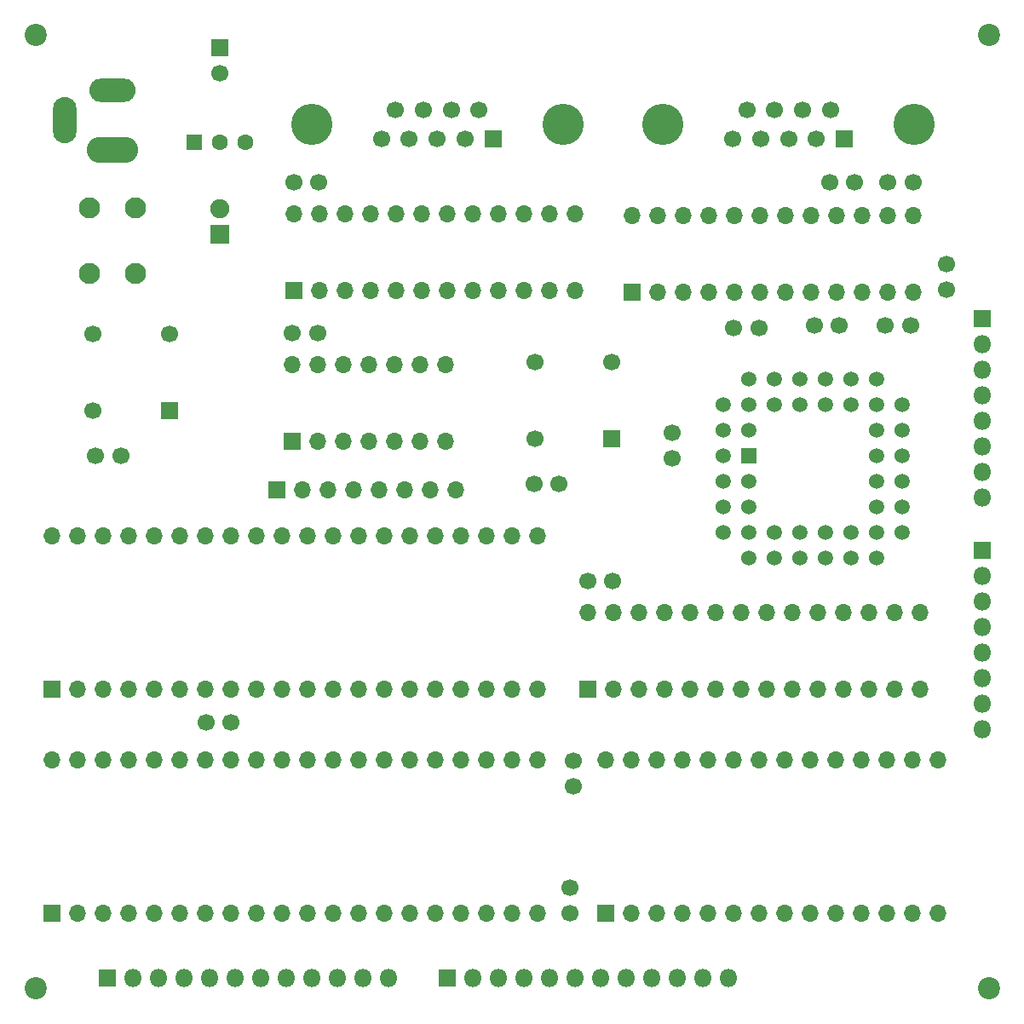
<source format=gbr>
%TF.GenerationSoftware,KiCad,Pcbnew,(5.1.6)-1*%
%TF.CreationDate,2020-10-12T18:58:51-06:00*%
%TF.ProjectId,SO6502,534f3635-3032-42e6-9b69-6361645f7063,1*%
%TF.SameCoordinates,Original*%
%TF.FileFunction,Soldermask,Top*%
%TF.FilePolarity,Negative*%
%FSLAX46Y46*%
G04 Gerber Fmt 4.6, Leading zero omitted, Abs format (unit mm)*
G04 Created by KiCad (PCBNEW (5.1.6)-1) date 2020-10-12 18:58:51*
%MOMM*%
%LPD*%
G01*
G04 APERTURE LIST*
%ADD10C,4.100000*%
%ADD11C,1.700000*%
%ADD12R,1.700000X1.700000*%
%ADD13O,1.700000X1.700000*%
%ADD14C,1.522400*%
%ADD15R,1.522400X1.522400*%
%ADD16R,1.600000X1.600000*%
%ADD17C,1.600000*%
%ADD18C,2.100000*%
%ADD19O,1.800000X1.800000*%
%ADD20R,1.800000X1.800000*%
%ADD21O,2.350000X4.600000*%
%ADD22O,4.600000X2.350000*%
%ADD23O,5.100000X2.600000*%
%ADD24C,2.200000*%
%ADD25C,1.900000*%
%ADD26R,1.900000X1.900000*%
G04 APERTURE END LIST*
D10*
%TO.C,J3*%
X115691000Y-36807000D03*
X140691000Y-36807000D03*
D11*
X124036000Y-35387000D03*
X126806000Y-35387000D03*
X129576000Y-35387000D03*
X132346000Y-35387000D03*
X122651000Y-38227000D03*
X125421000Y-38227000D03*
X128191000Y-38227000D03*
X130961000Y-38227000D03*
D12*
X133731000Y-38227000D03*
%TD*%
D10*
%TO.C,J2*%
X80766000Y-36807000D03*
X105766000Y-36807000D03*
D11*
X89111000Y-35387000D03*
X91881000Y-35387000D03*
X94651000Y-35387000D03*
X97421000Y-35387000D03*
X87726000Y-38227000D03*
X90496000Y-38227000D03*
X93266000Y-38227000D03*
X96036000Y-38227000D03*
D12*
X98806000Y-38227000D03*
%TD*%
D11*
%TO.C,C16*%
X122722000Y-57023000D03*
X125222000Y-57023000D03*
%TD*%
%TO.C,X2*%
X110617000Y-60452000D03*
X102997000Y-60452000D03*
X102997000Y-68072000D03*
D12*
X110617000Y-68072000D03*
%TD*%
D11*
%TO.C,X1*%
X66675000Y-57658000D03*
X59055000Y-57658000D03*
X59055000Y-65278000D03*
D12*
X66675000Y-65278000D03*
%TD*%
D13*
%TO.C,U3*%
X112649000Y-45847000D03*
X140589000Y-53467000D03*
X115189000Y-45847000D03*
X138049000Y-53467000D03*
X117729000Y-45847000D03*
X135509000Y-53467000D03*
X120269000Y-45847000D03*
X132969000Y-53467000D03*
X122809000Y-45847000D03*
X130429000Y-53467000D03*
X125349000Y-45847000D03*
X127889000Y-53467000D03*
X127889000Y-45847000D03*
X125349000Y-53467000D03*
X130429000Y-45847000D03*
X122809000Y-53467000D03*
X132969000Y-45847000D03*
X120269000Y-53467000D03*
X135509000Y-45847000D03*
X117729000Y-53467000D03*
X138049000Y-45847000D03*
X115189000Y-53467000D03*
X140589000Y-45847000D03*
D12*
X112649000Y-53467000D03*
%TD*%
D14*
%TO.C,U5*%
X124206000Y-62103000D03*
X126746000Y-62103000D03*
X129286000Y-62103000D03*
X131826000Y-62103000D03*
X134366000Y-62103000D03*
X121666000Y-64643000D03*
X126746000Y-64643000D03*
X129286000Y-64643000D03*
X131826000Y-64643000D03*
X134366000Y-64643000D03*
X136906000Y-64643000D03*
X139446000Y-64643000D03*
X139446000Y-67183000D03*
X139446000Y-69723000D03*
X139446000Y-72263000D03*
X139446000Y-74803000D03*
X139446000Y-77343000D03*
X136906000Y-62103000D03*
X136906000Y-67183000D03*
X136906000Y-69723000D03*
X136906000Y-72263000D03*
X136906000Y-74803000D03*
X136906000Y-77343000D03*
X136906000Y-79883000D03*
X134366000Y-79883000D03*
X131826000Y-79883000D03*
X129286000Y-79883000D03*
X126746000Y-79883000D03*
X124206000Y-79883000D03*
X134366000Y-77343000D03*
X131826000Y-77343000D03*
X129286000Y-77343000D03*
X126746000Y-77343000D03*
X124206000Y-77343000D03*
X121666000Y-67183000D03*
X121666000Y-69723000D03*
X121666000Y-77343000D03*
X121666000Y-74803000D03*
X121666000Y-72263000D03*
X124206000Y-64643000D03*
X124206000Y-67183000D03*
X124206000Y-74803000D03*
X124206000Y-72263000D03*
D15*
X124206000Y-69723000D03*
%TD*%
D13*
%TO.C,U8*%
X54991000Y-99949000D03*
X103251000Y-115189000D03*
X57531000Y-99949000D03*
X100711000Y-115189000D03*
X60071000Y-99949000D03*
X98171000Y-115189000D03*
X62611000Y-99949000D03*
X95631000Y-115189000D03*
X65151000Y-99949000D03*
X93091000Y-115189000D03*
X67691000Y-99949000D03*
X90551000Y-115189000D03*
X70231000Y-99949000D03*
X88011000Y-115189000D03*
X72771000Y-99949000D03*
X85471000Y-115189000D03*
X75311000Y-99949000D03*
X82931000Y-115189000D03*
X77851000Y-99949000D03*
X80391000Y-115189000D03*
X80391000Y-99949000D03*
X77851000Y-115189000D03*
X82931000Y-99949000D03*
X75311000Y-115189000D03*
X85471000Y-99949000D03*
X72771000Y-115189000D03*
X88011000Y-99949000D03*
X70231000Y-115189000D03*
X90551000Y-99949000D03*
X67691000Y-115189000D03*
X93091000Y-99949000D03*
X65151000Y-115189000D03*
X95631000Y-99949000D03*
X62611000Y-115189000D03*
X98171000Y-99949000D03*
X60071000Y-115189000D03*
X100711000Y-99949000D03*
X57531000Y-115189000D03*
X103251000Y-99949000D03*
D12*
X54991000Y-115189000D03*
%TD*%
%TO.C,U7*%
X108204000Y-92964000D03*
D13*
X141224000Y-85344000D03*
X110744000Y-92964000D03*
X138684000Y-85344000D03*
X113284000Y-92964000D03*
X136144000Y-85344000D03*
X115824000Y-92964000D03*
X133604000Y-85344000D03*
X118364000Y-92964000D03*
X131064000Y-85344000D03*
X120904000Y-92964000D03*
X128524000Y-85344000D03*
X123444000Y-92964000D03*
X125984000Y-85344000D03*
X125984000Y-92964000D03*
X123444000Y-85344000D03*
X128524000Y-92964000D03*
X120904000Y-85344000D03*
X131064000Y-92964000D03*
X118364000Y-85344000D03*
X133604000Y-92964000D03*
X115824000Y-85344000D03*
X136144000Y-92964000D03*
X113284000Y-85344000D03*
X138684000Y-92964000D03*
X110744000Y-85344000D03*
X141224000Y-92964000D03*
X108204000Y-85344000D03*
%TD*%
%TO.C,U9*%
X109982000Y-99949000D03*
X143002000Y-115189000D03*
X112522000Y-99949000D03*
X140462000Y-115189000D03*
X115062000Y-99949000D03*
X137922000Y-115189000D03*
X117602000Y-99949000D03*
X135382000Y-115189000D03*
X120142000Y-99949000D03*
X132842000Y-115189000D03*
X122682000Y-99949000D03*
X130302000Y-115189000D03*
X125222000Y-99949000D03*
X127762000Y-115189000D03*
X127762000Y-99949000D03*
X125222000Y-115189000D03*
X130302000Y-99949000D03*
X122682000Y-115189000D03*
X132842000Y-99949000D03*
X120142000Y-115189000D03*
X135382000Y-99949000D03*
X117602000Y-115189000D03*
X137922000Y-99949000D03*
X115062000Y-115189000D03*
X140462000Y-99949000D03*
X112522000Y-115189000D03*
X143002000Y-99949000D03*
D12*
X109982000Y-115189000D03*
%TD*%
D13*
%TO.C,U4*%
X78867000Y-60706000D03*
X94107000Y-68326000D03*
X81407000Y-60706000D03*
X91567000Y-68326000D03*
X83947000Y-60706000D03*
X89027000Y-68326000D03*
X86487000Y-60706000D03*
X86487000Y-68326000D03*
X89027000Y-60706000D03*
X83947000Y-68326000D03*
X91567000Y-60706000D03*
X81407000Y-68326000D03*
X94107000Y-60706000D03*
D12*
X78867000Y-68326000D03*
%TD*%
D13*
%TO.C,U2*%
X78994000Y-45720000D03*
X106934000Y-53340000D03*
X81534000Y-45720000D03*
X104394000Y-53340000D03*
X84074000Y-45720000D03*
X101854000Y-53340000D03*
X86614000Y-45720000D03*
X99314000Y-53340000D03*
X89154000Y-45720000D03*
X96774000Y-53340000D03*
X91694000Y-45720000D03*
X94234000Y-53340000D03*
X94234000Y-45720000D03*
X91694000Y-53340000D03*
X96774000Y-45720000D03*
X89154000Y-53340000D03*
X99314000Y-45720000D03*
X86614000Y-53340000D03*
X101854000Y-45720000D03*
X84074000Y-53340000D03*
X104394000Y-45720000D03*
X81534000Y-53340000D03*
X106934000Y-45720000D03*
D12*
X78994000Y-53340000D03*
%TD*%
D16*
%TO.C,U1*%
X69088000Y-38608000D03*
D17*
X74168000Y-38608000D03*
X71628000Y-38608000D03*
%TD*%
D12*
%TO.C,U6*%
X54991000Y-92964000D03*
D13*
X103251000Y-77724000D03*
X57531000Y-92964000D03*
X100711000Y-77724000D03*
X60071000Y-92964000D03*
X98171000Y-77724000D03*
X62611000Y-92964000D03*
X95631000Y-77724000D03*
X65151000Y-92964000D03*
X93091000Y-77724000D03*
X67691000Y-92964000D03*
X90551000Y-77724000D03*
X70231000Y-92964000D03*
X88011000Y-77724000D03*
X72771000Y-92964000D03*
X85471000Y-77724000D03*
X75311000Y-92964000D03*
X82931000Y-77724000D03*
X77851000Y-92964000D03*
X80391000Y-77724000D03*
X80391000Y-92964000D03*
X77851000Y-77724000D03*
X82931000Y-92964000D03*
X75311000Y-77724000D03*
X85471000Y-92964000D03*
X72771000Y-77724000D03*
X88011000Y-92964000D03*
X70231000Y-77724000D03*
X90551000Y-92964000D03*
X67691000Y-77724000D03*
X93091000Y-92964000D03*
X65151000Y-77724000D03*
X95631000Y-92964000D03*
X62611000Y-77724000D03*
X98171000Y-92964000D03*
X60071000Y-77724000D03*
X100711000Y-92964000D03*
X57531000Y-77724000D03*
X103251000Y-92964000D03*
X54991000Y-77724000D03*
%TD*%
D18*
%TO.C,SW1*%
X63246000Y-51585000D03*
X58746000Y-51585000D03*
X63246000Y-45085000D03*
X58746000Y-45085000D03*
%TD*%
D13*
%TO.C,RN1*%
X95123000Y-73152000D03*
X92583000Y-73152000D03*
X90043000Y-73152000D03*
X87503000Y-73152000D03*
X84963000Y-73152000D03*
X82423000Y-73152000D03*
X79883000Y-73152000D03*
D12*
X77343000Y-73152000D03*
%TD*%
D19*
%TO.C,J5*%
X147447000Y-96901000D03*
X147447000Y-94361000D03*
X147447000Y-91821000D03*
X147447000Y-89281000D03*
X147447000Y-86741000D03*
X147447000Y-84201000D03*
X147447000Y-81661000D03*
D20*
X147447000Y-79121000D03*
%TD*%
D19*
%TO.C,J4*%
X147447000Y-73914000D03*
X147447000Y-71374000D03*
X147447000Y-68834000D03*
X147447000Y-66294000D03*
X147447000Y-63754000D03*
X147447000Y-61214000D03*
X147447000Y-58674000D03*
D20*
X147447000Y-56134000D03*
%TD*%
D19*
%TO.C,J7*%
X122174000Y-121666000D03*
X119634000Y-121666000D03*
X117094000Y-121666000D03*
X114554000Y-121666000D03*
X112014000Y-121666000D03*
X109474000Y-121666000D03*
X106934000Y-121666000D03*
X104394000Y-121666000D03*
X101854000Y-121666000D03*
X99314000Y-121666000D03*
X96774000Y-121666000D03*
D20*
X94234000Y-121666000D03*
%TD*%
D19*
%TO.C,J6*%
X88392000Y-121666000D03*
X85852000Y-121666000D03*
X83312000Y-121666000D03*
X80772000Y-121666000D03*
X78232000Y-121666000D03*
X75692000Y-121666000D03*
X73152000Y-121666000D03*
X70612000Y-121666000D03*
X68072000Y-121666000D03*
X65532000Y-121666000D03*
X62992000Y-121666000D03*
D20*
X60452000Y-121666000D03*
%TD*%
D21*
%TO.C,J1*%
X56260000Y-36370000D03*
D22*
X60960000Y-33370000D03*
D23*
X60960000Y-39370000D03*
%TD*%
D24*
%TO.C,H4*%
X148082000Y-122682000D03*
%TD*%
%TO.C,H3*%
X53340000Y-122682000D03*
%TD*%
%TO.C,H2*%
X148082000Y-27940000D03*
%TD*%
%TO.C,H1*%
X53340000Y-27940000D03*
%TD*%
D25*
%TO.C,D1*%
X71628000Y-45212000D03*
D26*
X71628000Y-47752000D03*
%TD*%
D11*
%TO.C,C12*%
X132247000Y-42545000D03*
X134747000Y-42545000D03*
%TD*%
%TO.C,C13*%
X140549000Y-42545000D03*
X138049000Y-42545000D03*
%TD*%
%TO.C,C15*%
X140295000Y-56769000D03*
X137795000Y-56769000D03*
%TD*%
%TO.C,C14*%
X143891000Y-50713000D03*
X143891000Y-53213000D03*
%TD*%
%TO.C,C4*%
X130723000Y-56769000D03*
X133223000Y-56769000D03*
%TD*%
%TO.C,C8*%
X108204000Y-82169000D03*
X110704000Y-82169000D03*
%TD*%
%TO.C,C10*%
X106807000Y-102576000D03*
X106807000Y-100076000D03*
%TD*%
%TO.C,C7*%
X116586000Y-67477000D03*
X116586000Y-69977000D03*
%TD*%
%TO.C,C6*%
X105370000Y-72517000D03*
X102870000Y-72517000D03*
%TD*%
%TO.C,C3*%
X81367000Y-57531000D03*
X78867000Y-57531000D03*
%TD*%
%TO.C,C2*%
X81494000Y-42545000D03*
X78994000Y-42545000D03*
%TD*%
%TO.C,C5*%
X61809000Y-69723000D03*
X59309000Y-69723000D03*
%TD*%
%TO.C,C11*%
X106426000Y-112689000D03*
X106426000Y-115189000D03*
%TD*%
%TO.C,C9*%
X72771000Y-96266000D03*
X70271000Y-96266000D03*
%TD*%
%TO.C,C1*%
X71628000Y-31710000D03*
D12*
X71628000Y-29210000D03*
%TD*%
M02*

</source>
